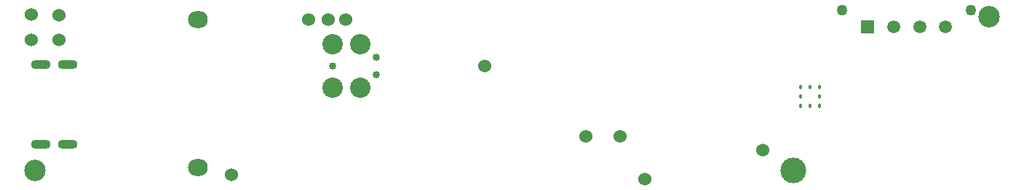
<source format=gbr>
%FSTAX23Y23*%
%MOIN*%
%SFA1B1*%

%IPPOS*%
%AMD65*
4,1,8,0.045300,0.000000,0.045300,0.000000,0.025600,0.019700,-0.025600,0.019700,-0.045300,0.000000,-0.045300,0.000000,-0.025600,-0.019700,0.025600,-0.019700,0.045300,0.000000,0.0*
1,1,0.039370,0.025600,0.000000*
1,1,0.039370,0.025600,0.000000*
1,1,0.039370,-0.025600,0.000000*
1,1,0.039370,-0.025600,0.000000*
%
G04~CAMADD=65~8~0.0~0.0~393.7~905.5~196.8~0.0~15~0.0~0.0~0.0~0.0~0~0.0~0.0~0.0~0.0~0~0.0~0.0~0.0~270.0~906.0~394.0*
%ADD65D65*%
%ADD66C,0.059843*%
%ADD67C,0.050000*%
%ADD68R,0.059843X0.059843*%
%ADD69C,0.060000*%
%ADD70C,0.098425*%
%ADD71C,0.093504*%
%ADD72C,0.033465*%
%ADD73O,0.090551X0.078740*%
%ADD74C,0.060000*%
%ADD75C,0.118110*%
%ADD76C,0.018000*%
%LNpcb_pads_bot-1*%
%LPD*%
G54D65*
X00626Y00965D03*
X00502D03*
X00626Y00598D03*
X00502D03*
G54D66*
X04645Y01138D03*
X04527D03*
X04409D03*
G54D67*
X04763Y01215D03*
X04172D03*
G54D68*
X0429Y01138D03*
G54D69*
X03808Y00569D03*
X03267Y00438D03*
X03155Y00634D03*
X01375Y00458D03*
X02997Y00635D03*
G54D70*
X00476Y00476D03*
X04846Y01183D03*
G54D71*
X0184Y00858D03*
X01965D03*
Y01058D03*
X0184D03*
G54D72*
X0184Y00958D03*
X0204Y00998D03*
Y00918D03*
G54D73*
X01222Y0117D03*
Y00489D03*
G54D74*
X00458Y01077D03*
Y01193D03*
X00584Y01191D03*
X02534Y00957D03*
X00584Y01077D03*
X019Y01172D03*
X01817D03*
X01729D03*
G54D75*
X03947Y00477D03*
G54D76*
X04068Y0086D03*
Y00773D03*
X03981Y0086D03*
Y00773D03*
X04025Y0086D03*
X04068Y00817D03*
X03981D03*
X04025Y00774D03*
M02*
</source>
